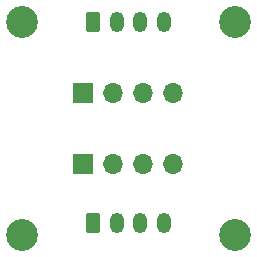
<source format=gbr>
%TF.GenerationSoftware,KiCad,Pcbnew,8.0.3*%
%TF.CreationDate,2024-06-30T10:21:19+01:00*%
%TF.ProjectId,JSTSH4pinBreakout,4a535453-4834-4706-996e-427265616b6f,rev?*%
%TF.SameCoordinates,Original*%
%TF.FileFunction,Soldermask,Top*%
%TF.FilePolarity,Negative*%
%FSLAX46Y46*%
G04 Gerber Fmt 4.6, Leading zero omitted, Abs format (unit mm)*
G04 Created by KiCad (PCBNEW 8.0.3) date 2024-06-30 10:21:19*
%MOMM*%
%LPD*%
G01*
G04 APERTURE LIST*
G04 Aperture macros list*
%AMRoundRect*
0 Rectangle with rounded corners*
0 $1 Rounding radius*
0 $2 $3 $4 $5 $6 $7 $8 $9 X,Y pos of 4 corners*
0 Add a 4 corners polygon primitive as box body*
4,1,4,$2,$3,$4,$5,$6,$7,$8,$9,$2,$3,0*
0 Add four circle primitives for the rounded corners*
1,1,$1+$1,$2,$3*
1,1,$1+$1,$4,$5*
1,1,$1+$1,$6,$7*
1,1,$1+$1,$8,$9*
0 Add four rect primitives between the rounded corners*
20,1,$1+$1,$2,$3,$4,$5,0*
20,1,$1+$1,$4,$5,$6,$7,0*
20,1,$1+$1,$6,$7,$8,$9,0*
20,1,$1+$1,$8,$9,$2,$3,0*%
G04 Aperture macros list end*
%ADD10C,2.700000*%
%ADD11RoundRect,0.250000X-0.350000X-0.625000X0.350000X-0.625000X0.350000X0.625000X-0.350000X0.625000X0*%
%ADD12O,1.200000X1.750000*%
%ADD13R,1.700000X1.700000*%
%ADD14O,1.700000X1.700000*%
G04 APERTURE END LIST*
D10*
%TO.C,MK4*%
X121000000Y-71000000D03*
%TD*%
%TO.C,MK3*%
X103000000Y-71000000D03*
%TD*%
%TO.C,MK2*%
X121000000Y-53000000D03*
%TD*%
%TO.C,MK1*%
X103000000Y-53000000D03*
%TD*%
D11*
%TO.C,J4*%
X109000000Y-70000000D03*
D12*
X111000000Y-70000000D03*
X113000000Y-70000000D03*
X115000000Y-70000000D03*
%TD*%
D13*
%TO.C,J3*%
X108190000Y-65000000D03*
D14*
X110730000Y-65000000D03*
X113270000Y-65000000D03*
X115810000Y-65000000D03*
%TD*%
D13*
%TO.C,J2*%
X108190000Y-59000000D03*
D14*
X110730000Y-59000000D03*
X113270000Y-59000000D03*
X115810000Y-59000000D03*
%TD*%
D12*
%TO.C,J1*%
X115000000Y-53000000D03*
X113000000Y-53000000D03*
X111000000Y-53000000D03*
D11*
X109000000Y-53000000D03*
%TD*%
M02*

</source>
